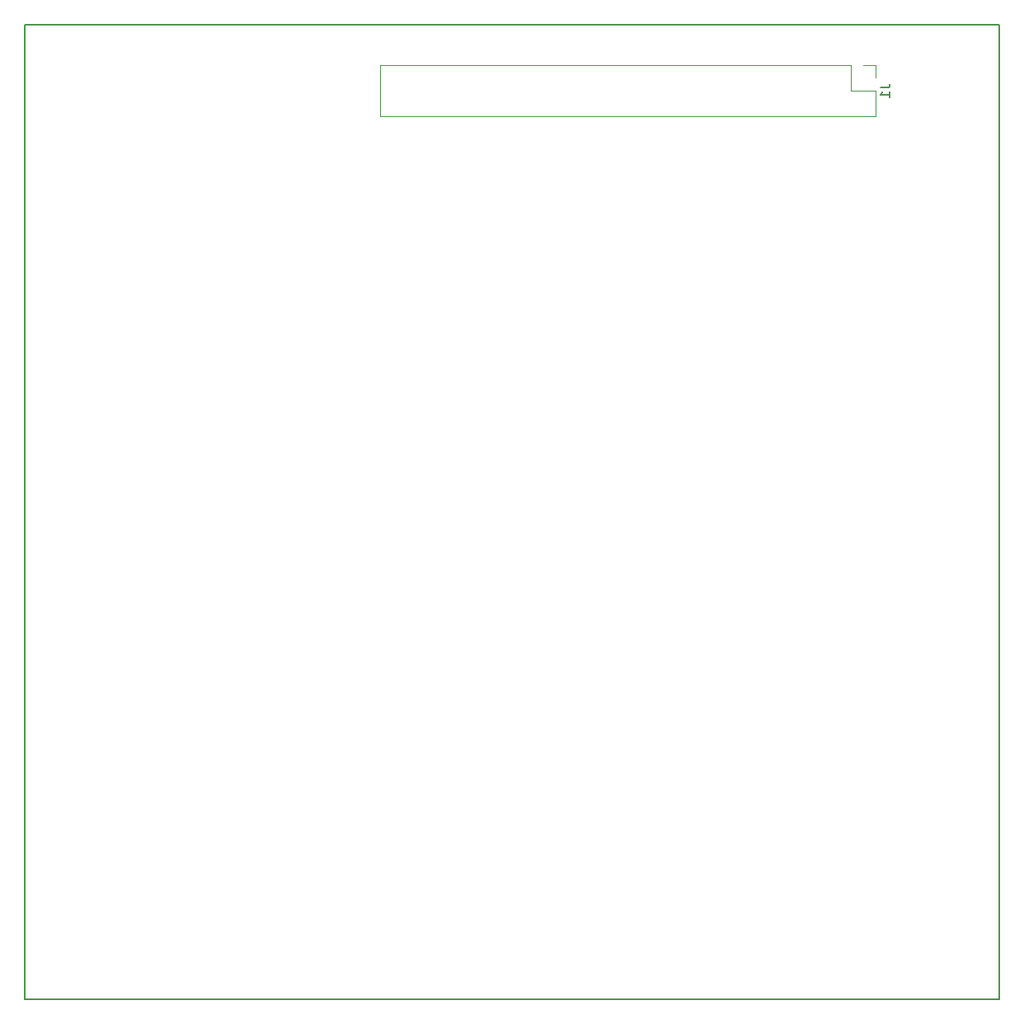
<source format=gbr>
%TF.GenerationSoftware,KiCad,Pcbnew,4.0.7*%
%TF.CreationDate,2018-06-26T21:29:00-04:00*%
%TF.ProjectId,row_driver,726F775F6472697665722E6B69636164,rev?*%
%TF.FileFunction,Legend,Bot*%
%FSLAX46Y46*%
G04 Gerber Fmt 4.6, Leading zero omitted, Abs format (unit mm)*
G04 Created by KiCad (PCBNEW 4.0.7) date Tuesday, June 26, 2018 'PMt' 09:29:00 PM*
%MOMM*%
%LPD*%
G01*
G04 APERTURE LIST*
%ADD10C,0.100000*%
%ADD11C,0.150000*%
%ADD12C,0.120000*%
G04 APERTURE END LIST*
D10*
D11*
X25000000Y-25000000D02*
X125000000Y-25000000D01*
X25000000Y-125000000D02*
X25000000Y-25000000D01*
X125000000Y-125000000D02*
X25000000Y-125000000D01*
X125000000Y-25000000D02*
X125000000Y-125000000D01*
D12*
X109759750Y-29150000D02*
X61439750Y-29150000D01*
X61439750Y-29150000D02*
X61439750Y-34350000D01*
X61439750Y-34350000D02*
X112359750Y-34350000D01*
X112359750Y-34350000D02*
X112359750Y-31750000D01*
X112359750Y-31750000D02*
X109759750Y-31750000D01*
X109759750Y-31750000D02*
X109759750Y-29150000D01*
X111029750Y-29150000D02*
X112359750Y-29150000D01*
X112359750Y-29150000D02*
X112359750Y-30420000D01*
D11*
X112812131Y-31416667D02*
X113526417Y-31416667D01*
X113669274Y-31369047D01*
X113764512Y-31273809D01*
X113812131Y-31130952D01*
X113812131Y-31035714D01*
X113812131Y-32416667D02*
X113812131Y-31845238D01*
X113812131Y-32130952D02*
X112812131Y-32130952D01*
X112954988Y-32035714D01*
X113050226Y-31940476D01*
X113097845Y-31845238D01*
M02*

</source>
